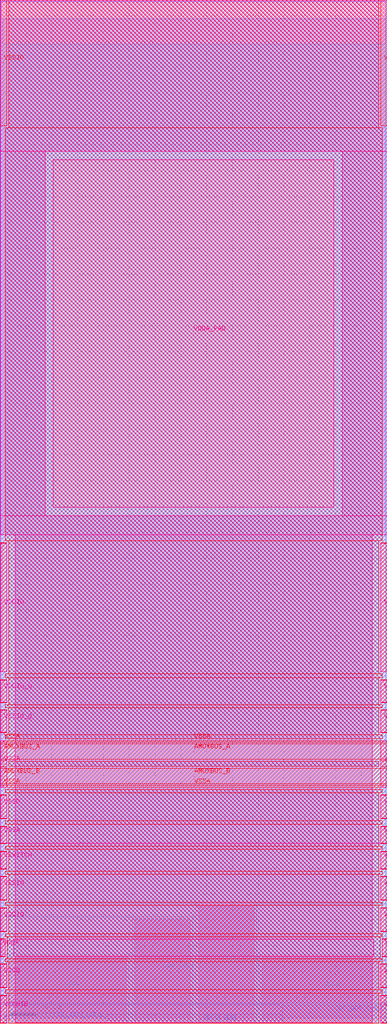
<source format=lef>
VERSION 5.7 ;
  NOWIREEXTENSIONATPIN ON ;
  DIVIDERCHAR "/" ;
  BUSBITCHARS "[]" ;
MACRO sky130_ef_io__vdda_lvc_pad
  CLASS PAD POWER ;
  FOREIGN sky130_ef_io__vdda_lvc_pad ;
  ORIGIN 0.000 0.000 ;
  SIZE 75.000 BY 197.965 ;
  PIN AMUXBUS_A
    DIRECTION INOUT ;
    USE SIGNAL ;
    PORT
      LAYER met4 ;
        RECT 0.000 51.090 75.000 54.070 ;
    END
    PORT
      LAYER met4 ;
        RECT 0.000 51.090 1.270 54.070 ;
    END
  END AMUXBUS_A
  PIN AMUXBUS_B
    DIRECTION INOUT ;
    USE SIGNAL ;
    PORT
      LAYER met4 ;
        RECT 0.000 46.330 75.000 49.310 ;
    END
    PORT
      LAYER met4 ;
        RECT 0.000 46.330 1.270 49.310 ;
    END
  END AMUXBUS_B
  PIN DRN_LVC1
    DIRECTION INOUT ;
    USE POWER ;
    PORT
      LAYER met3 ;
        RECT 26.000 -0.035 36.880 20.185 ;
    END
  END DRN_LVC1
  PIN DRN_LVC2
    DIRECTION INOUT ;
    USE POWER ;
    PORT
      LAYER met3 ;
        RECT 38.380 -0.035 49.255 22.865 ;
    END
  END DRN_LVC2
  PIN SRC_BDY_LVC1
    DIRECTION INOUT ;
    USE GROUND ;
    PORT
      LAYER met2 ;
        RECT 0.500 -0.035 20.495 1.450 ;
    END
  END SRC_BDY_LVC1
  PIN SRC_BDY_LVC2
    DIRECTION INOUT ;
    USE GROUND ;
    PORT
      LAYER met2 ;
        RECT 54.715 -0.035 74.700 3.625 ;
    END
  END SRC_BDY_LVC2
  PIN BDY2_B2B
    DIRECTION INOUT ;
    USE GROUND ;
    PORT
      LAYER met2 ;
        RECT 34.440 -0.035 44.440 0.290 ;
    END
  END BDY2_B2B
  PIN VDDA_PAD
    DIRECTION INOUT ;
    USE POWER ;
    PORT
      LAYER met5 ;
        RECT 10.270 99.865 64.670 167.130 ;
    END
  END VDDA_PAD
  PIN VSSA
    DIRECTION INOUT ;
    USE GROUND ;
    PORT
      LAYER met5 ;
        RECT 73.730 45.700 75.000 54.700 ;
    END
    PORT
      LAYER met5 ;
        RECT 73.730 34.805 75.000 38.050 ;
    END
    PORT
      LAYER met5 ;
        RECT 0.000 45.700 1.270 54.700 ;
    END
    PORT
      LAYER met5 ;
        RECT 0.000 34.805 1.270 38.050 ;
    END
    PORT
      LAYER met4 ;
        RECT 73.730 49.610 75.000 50.790 ;
    END
    PORT
      LAYER met4 ;
        RECT 0.000 54.370 75.000 54.700 ;
    END
    PORT
      LAYER met4 ;
        RECT 0.000 45.700 75.000 46.030 ;
    END
    PORT
      LAYER met4 ;
        RECT 73.730 34.700 75.000 38.150 ;
    END
    PORT
      LAYER met4 ;
        RECT 0.000 45.700 1.270 46.030 ;
    END
    PORT
      LAYER met4 ;
        RECT 0.000 49.610 1.270 50.790 ;
    END
    PORT
      LAYER met4 ;
        RECT 0.000 54.370 1.270 54.700 ;
    END
    PORT
      LAYER met4 ;
        RECT 0.000 34.700 1.270 38.150 ;
    END
  END VSSA
  PIN VDDA
    DIRECTION INOUT ;
    USE POWER ;
    PORT
      LAYER met3 ;
        RECT 50.755 -0.035 74.700 12.925 ;
    END
    PORT
      LAYER met3 ;
        RECT 0.500 -0.035 24.500 12.925 ;
    END
    PORT
      LAYER met5 ;
        RECT 74.035 13.000 75.000 16.250 ;
    END
    PORT
      LAYER met5 ;
        RECT 0.000 13.000 0.965 16.250 ;
    END
    PORT
      LAYER met4 ;
        RECT 74.035 12.900 75.000 16.350 ;
    END
    PORT
      LAYER met4 ;
        RECT 0.000 12.900 0.965 16.350 ;
    END
  END VDDA
  PIN VSWITCH
    DIRECTION INOUT ;
    USE POWER ;
    PORT
      LAYER met5 ;
        RECT 73.730 29.950 75.000 33.200 ;
    END
    PORT
      LAYER met5 ;
        RECT 0.000 29.950 1.270 33.200 ;
    END
    PORT
      LAYER met4 ;
        RECT 73.730 29.850 75.000 33.300 ;
    END
    PORT
      LAYER met4 ;
        RECT 0.000 29.850 1.270 33.300 ;
    END
  END VSWITCH
  PIN VDDIO_Q
    DIRECTION INOUT ;
    USE POWER ;
    PORT
      LAYER met5 ;
        RECT 73.730 62.150 75.000 66.400 ;
    END
    PORT
      LAYER met5 ;
        RECT 0.000 62.150 1.270 66.400 ;
    END
    PORT
      LAYER met4 ;
        RECT 73.730 62.050 75.000 66.500 ;
    END
    PORT
      LAYER met4 ;
        RECT 0.000 62.050 1.270 66.500 ;
    END
  END VDDIO_Q
  PIN VCCHIB
    DIRECTION INOUT ;
    USE POWER ;
    PORT
      LAYER met5 ;
        RECT 73.730 0.100 75.000 5.350 ;
    END
    PORT
      LAYER met5 ;
        RECT 0.000 0.100 1.270 5.350 ;
    END
    PORT
      LAYER met4 ;
        RECT 73.730 0.000 75.000 5.450 ;
    END
    PORT
      LAYER met4 ;
        RECT 0.000 0.000 1.270 5.450 ;
    END
  END VCCHIB
  PIN VDDIO
    DIRECTION INOUT ;
    USE POWER ;
    PORT
      LAYER met5 ;
        RECT 73.730 68.000 75.000 92.950 ;
    END
    PORT
      LAYER met5 ;
        RECT 73.730 17.850 75.000 22.300 ;
    END
    PORT
      LAYER met5 ;
        RECT 0.000 68.000 1.270 92.950 ;
    END
    PORT
      LAYER met5 ;
        RECT 0.000 17.850 1.270 22.300 ;
    END
    PORT
      LAYER met4 ;
        RECT 73.730 17.750 75.000 22.400 ;
    END
    PORT
      LAYER met4 ;
        RECT 73.730 68.000 75.000 92.965 ;
    END
    PORT
      LAYER met4 ;
        RECT 0.000 17.750 1.270 22.400 ;
    END
    PORT
      LAYER met4 ;
        RECT 0.000 68.000 1.270 92.965 ;
    END
  END VDDIO
  PIN VCCD
    DIRECTION INOUT ;
    USE POWER ;
    PORT
      LAYER met5 ;
        RECT 73.730 6.950 75.000 11.400 ;
    END
    PORT
      LAYER met5 ;
        RECT 0.000 6.950 1.270 11.400 ;
    END
    PORT
      LAYER met4 ;
        RECT 73.730 6.850 75.000 11.500 ;
    END
    PORT
      LAYER met4 ;
        RECT 0.000 6.850 1.270 11.500 ;
    END
  END VCCD
  PIN VSSIO
    DIRECTION INOUT ;
    USE GROUND ;
    PORT
      LAYER met5 ;
        RECT 73.730 23.900 75.000 28.350 ;
    END
    PORT
      LAYER met5 ;
        RECT 0.000 23.900 1.270 28.350 ;
    END
    PORT
      LAYER met4 ;
        RECT 73.730 23.800 75.000 28.450 ;
    END
    PORT
      LAYER met4 ;
        RECT 73.730 173.750 75.000 197.965 ;
    END
    PORT
      LAYER met4 ;
        RECT 0.000 173.750 1.270 197.965 ;
    END
    PORT
      LAYER met4 ;
        RECT 0.000 23.800 1.270 28.450 ;
    END
  END VSSIO
  PIN VSSD
    DIRECTION INOUT ;
    USE GROUND ;
    PORT
      LAYER met5 ;
        RECT 73.730 39.650 75.000 44.100 ;
    END
    PORT
      LAYER met5 ;
        RECT 0.000 39.650 1.270 44.100 ;
    END
    PORT
      LAYER met4 ;
        RECT 73.730 39.550 75.000 44.200 ;
    END
    PORT
      LAYER met4 ;
        RECT 0.000 39.550 1.270 44.200 ;
    END
  END VSSD
  PIN VSSIO_Q
    DIRECTION INOUT ;
    USE GROUND ;
    PORT
      LAYER met5 ;
        RECT 73.730 56.300 75.000 60.550 ;
    END
    PORT
      LAYER met5 ;
        RECT 0.000 56.300 1.270 60.550 ;
    END
    PORT
      LAYER met4 ;
        RECT 73.730 56.200 75.000 60.650 ;
    END
    PORT
      LAYER met4 ;
        RECT 0.000 56.200 1.270 60.650 ;
    END
  END VSSIO_Q
  OBS
      LAYER li1 ;
        RECT 0.240 0.985 74.755 197.745 ;
      LAYER met1 ;
        RECT 0.120 0.000 74.785 197.805 ;
        RECT 16.655 -0.035 25.635 0.000 ;
        POLYGON 25.635 0.000 25.670 0.000 25.635 -0.035 ;
        RECT 26.210 -0.035 27.700 0.000 ;
        POLYGON 28.235 0.000 28.270 0.000 28.270 -0.035 ;
        RECT 28.270 -0.035 56.565 0.000 ;
      LAYER met2 ;
        RECT 0.490 3.905 74.700 194.395 ;
        RECT 0.490 3.625 54.435 3.905 ;
        RECT 0.490 1.730 54.715 3.625 ;
        RECT 20.775 0.570 54.715 1.730 ;
        RECT 20.775 0.005 34.160 0.570 ;
        RECT 44.720 0.005 54.715 0.570 ;
        RECT 20.775 0.000 34.440 0.005 ;
        RECT 20.925 -0.035 34.440 0.000 ;
        RECT 44.440 0.000 54.715 0.005 ;
        RECT 44.440 -0.035 53.535 0.000 ;
        RECT 54.095 -0.035 54.715 0.000 ;
      LAYER met3 ;
        RECT 0.490 23.265 74.700 189.480 ;
        RECT 0.490 20.585 37.980 23.265 ;
        RECT 0.490 13.325 25.600 20.585 ;
        RECT 24.900 0.000 25.600 13.325 ;
        RECT 37.280 0.000 37.980 20.585 ;
        RECT 49.655 13.325 74.700 23.265 ;
        RECT 49.655 0.000 50.355 13.325 ;
      LAYER met4 ;
        RECT 1.670 173.350 73.330 197.965 ;
        RECT 0.965 93.365 74.035 173.350 ;
        RECT 1.670 67.600 73.330 93.365 ;
        RECT 0.965 66.900 74.035 67.600 ;
        RECT 1.670 61.650 73.330 66.900 ;
        RECT 0.965 61.050 74.035 61.650 ;
        RECT 1.670 55.800 73.330 61.050 ;
        RECT 0.965 55.100 74.035 55.800 ;
        RECT 1.670 49.710 73.330 50.690 ;
        RECT 0.965 44.600 74.035 45.300 ;
        RECT 1.670 39.150 73.330 44.600 ;
        RECT 0.965 38.550 74.035 39.150 ;
        RECT 1.670 34.300 73.330 38.550 ;
        RECT 0.965 33.700 74.035 34.300 ;
        RECT 1.670 29.450 73.330 33.700 ;
        RECT 0.965 28.850 74.035 29.450 ;
        RECT 1.670 23.400 73.330 28.850 ;
        RECT 0.965 22.800 74.035 23.400 ;
        RECT 1.670 17.350 73.330 22.800 ;
        RECT 0.965 16.750 74.035 17.350 ;
        RECT 1.365 12.500 73.635 16.750 ;
        RECT 0.965 11.900 74.035 12.500 ;
        RECT 1.670 6.450 73.330 11.900 ;
        RECT 0.965 5.850 74.035 6.450 ;
        RECT 1.670 0.000 73.330 5.850 ;
      LAYER met5 ;
        RECT 0.000 168.730 75.000 197.965 ;
        RECT 0.000 98.265 8.670 168.730 ;
        RECT 66.270 98.265 75.000 168.730 ;
        RECT 0.000 94.550 75.000 98.265 ;
        RECT 2.870 34.805 72.130 94.550 ;
        RECT 0.000 34.800 75.000 34.805 ;
        RECT 2.870 16.250 72.130 34.800 ;
        RECT 2.565 13.000 72.435 16.250 ;
        RECT 2.870 0.100 72.130 13.000 ;
  END
END sky130_ef_io__vdda_lvc_pad
END LIBRARY


</source>
